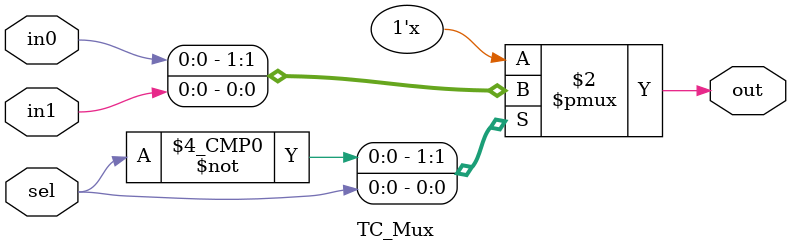
<source format=v>
module TC_Mux(sel, in0, in1, out);
    parameter UUID = 0;
    parameter NAME = "";
    parameter BIT_WIDTH = 1;
    input sel;
    input [BIT_WIDTH-1:0] in0;
    input [BIT_WIDTH-1:0] in1;
    output reg [BIT_WIDTH-1:0] out;
    
    always @ (sel, in0, in1) begin
        case(sel)
        1'b0 : out = in0;
        1'b1 : out = in1;
        endcase
    end
endmodule

</source>
